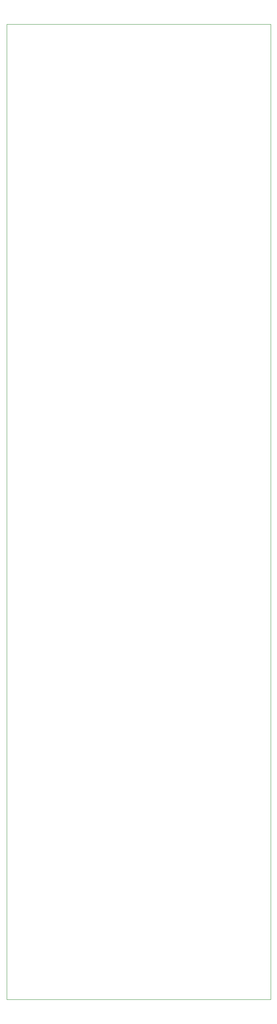
<source format=gbr>
%TF.GenerationSoftware,KiCad,Pcbnew,8.0.8*%
%TF.CreationDate,2025-02-25T14:17:27-08:00*%
%TF.ProjectId,Casa passthrough,43617361-2070-4617-9373-7468726f7567,rev?*%
%TF.SameCoordinates,Original*%
%TF.FileFunction,Profile,NP*%
%FSLAX46Y46*%
G04 Gerber Fmt 4.6, Leading zero omitted, Abs format (unit mm)*
G04 Created by KiCad (PCBNEW 8.0.8) date 2025-02-25 14:17:27*
%MOMM*%
%LPD*%
G01*
G04 APERTURE LIST*
%TA.AperFunction,Profile*%
%ADD10C,0.050000*%
%TD*%
G04 APERTURE END LIST*
D10*
X621030000Y-215265000D02*
X677545000Y-215265000D01*
X677545000Y-423545000D01*
X621030000Y-423545000D01*
X621030000Y-215265000D01*
M02*

</source>
